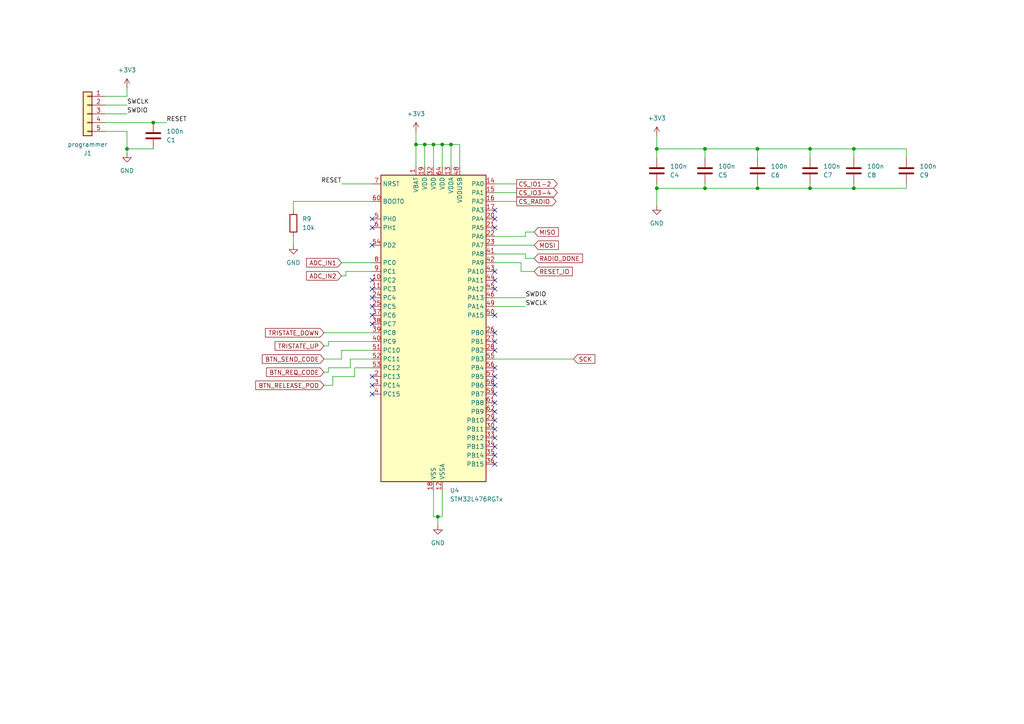
<source format=kicad_sch>
(kicad_sch (version 20231120) (generator "eeschema") (generator_version "8.0")
  (paper "A4")
  (title_block (title "Off-board Controller") (date "2024-07-20"))
  (lib_symbols
    (symbol "Connector_Generic:Conn_01x05" (pin_names (offset 1.016) hide)
      (property "Reference" "J" (at 0 7.62 0))
      (property "Value" "Conn_01x05" (at 0 -7.62 0))
      (symbol "Conn_01x05_1_1"
        (rectangle (start -1.27 -4.953) (end 0 -5.207) (stroke (width 0.1524)))
        (rectangle (start -1.27 -2.413) (end 0 -2.667) (stroke (width 0.1524)))
        (rectangle (start -1.27 0.127) (end 0 -0.127) (stroke (width 0.1524)))
        (rectangle (start -1.27 2.667) (end 0 2.413) (stroke (width 0.1524)))
        (rectangle (start -1.27 5.207) (end 0 4.953) (stroke (width 0.1524)))
        (rectangle (start -1.27 6.35) (end 1.27 -6.35) (stroke (width 0.254)) (fill (type background)))
        (pin passive line (at -5.08 5.08 0) (length 3.81) (name "Pin_1") (number "1"))
        (pin passive line (at -5.08 2.54 0) (length 3.81) (name "Pin_2") (number "2"))
        (pin passive line (at -5.08 0 0) (length 3.81) (name "Pin_3") (number "3"))
        (pin passive line (at -5.08 -2.54 0) (length 3.81) (name "Pin_4") (number "4"))
        (pin passive line (at -5.08 -5.08 0) (length 3.81) (name "Pin_5") (number "5"))
      )
    )
    (symbol "Device:C" (pin_numbers hide) (pin_names (offset 0.254))
      (property "Reference" "C" (at 0.635 2.54 0))
      (property "Value" "C" (at 0.635 -2.54 0))
      (symbol "C_0_1"
        (polyline (pts (xy -2.032 -0.762) (xy 2.032 -0.762)) (stroke (width 0.508)))
        (polyline (pts (xy -2.032 0.762) (xy 2.032 0.762)) (stroke (width 0.508)))
      )
      (symbol "C_1_1"
        (pin passive line (at 0 3.81 270) (length 2.794) (name "~") (number "1"))
        (pin passive line (at 0 -3.81 90) (length 2.794) (name "~") (number "2"))
      )
    )
    (symbol "Device:R" (pin_numbers hide) (pin_names (offset 0))
      (property "Reference" "R" (at 2.032 0 90))
      (property "Value" "R" (at 0 0 90))
      (symbol "R_0_1"
        (rectangle (start -1.016 -2.54) (end 1.016 2.54) (stroke (width 0.254)))
      )
      (symbol "R_1_1"
        (pin passive line (at 0 3.81 270) (length 1.27) (name "~") (number "1"))
        (pin passive line (at 0 -3.81 90) (length 1.27) (name "~") (number "2"))
      )
    )
    (symbol "MCU_ST_STM32L4:STM32L476RGTx"
      (property "Reference" "U" (at -15.24 46.99 0))
      (property "Value" "STM32L476RGTx" (at 10.16 46.99 0))
      (symbol "STM32L476RGTx_0_1"
        (rectangle (start -15.24 -43.18) (end 15.24 45.72) (stroke (width 0.254)) (fill (type background)))
      )
      (symbol "STM32L476RGTx_1_1"
        (pin power_in line (at -5.08 48.26 270) (length 2.54) (name "VBAT") (number "1"))
        (pin bidirectional line (at -17.78 15.24 0) (length 2.54) (name "PC2") (number "10"))
        (pin bidirectional line (at -17.78 12.7 0) (length 2.54) (name "PC3") (number "11"))
        (pin power_in line (at 2.54 -45.72 90) (length 2.54) (name "VSSA") (number "12"))
        (pin power_in line (at 5.08 48.26 270) (length 2.54) (name "VDDA") (number "13"))
        (pin bidirectional line (at 17.78 43.18 180) (length 2.54) (name "PA0") (number "14"))
        (pin bidirectional line (at 17.78 40.64 180) (length 2.54) (name "PA1") (number "15"))
        (pin bidirectional line (at 17.78 38.1 180) (length 2.54) (name "PA2") (number "16"))
        (pin bidirectional line (at 17.78 35.56 180) (length 2.54) (name "PA3") (number "17"))
        (pin power_in line (at 0 -45.72 90) (length 2.54) (name "VSS") (number "18"))
        (pin power_in line (at -2.54 48.26 270) (length 2.54) (name "VDD") (number "19"))
        (pin bidirectional line (at -17.78 -12.7 0) (length 2.54) (name "PC13") (number "2"))
        (pin bidirectional line (at 17.78 33.02 180) (length 2.54) (name "PA4") (number "20"))
        (pin bidirectional line (at 17.78 30.48 180) (length 2.54) (name "PA5") (number "21"))
        (pin bidirectional line (at 17.78 27.94 180) (length 2.54) (name "PA6") (number "22"))
        (pin bidirectional line (at 17.78 25.4 180) (length 2.54) (name "PA7") (number "23"))
        (pin bidirectional line (at -17.78 10.16 0) (length 2.54) (name "PC4") (number "24"))
        (pin bidirectional line (at -17.78 7.62 0) (length 2.54) (name "PC5") (number "25"))
        (pin bidirectional line (at 17.78 0 180) (length 2.54) (name "PB0") (number "26"))
        (pin bidirectional line (at 17.78 -2.54 180) (length 2.54) (name "PB1") (number "27"))
        (pin bidirectional line (at 17.78 -5.08 180) (length 2.54) (name "PB2") (number "28"))
        (pin bidirectional line (at 17.78 -25.4 180) (length 2.54) (name "PB10") (number "29"))
        (pin bidirectional line (at -17.78 -15.24 0) (length 2.54) (name "PC14") (number "3"))
        (pin bidirectional line (at 17.78 -27.94 180) (length 2.54) (name "PB11") (number "30"))
        (pin passive line (at 0 -45.72 90) (length 2.54) hide (name "VSS") (number "31"))
        (pin power_in line (at 0 48.26 270) (length 2.54) (name "VDD") (number "32"))
        (pin bidirectional line (at 17.78 -30.48 180) (length 2.54) (name "PB12") (number "33"))
        (pin bidirectional line (at 17.78 -33.02 180) (length 2.54) (name "PB13") (number "34"))
        (pin bidirectional line (at 17.78 -35.56 180) (length 2.54) (name "PB14") (number "35"))
        (pin bidirectional line (at 17.78 -38.1 180) (length 2.54) (name "PB15") (number "36"))
        (pin bidirectional line (at -17.78 5.08 0) (length 2.54) (name "PC6") (number "37"))
        (pin bidirectional line (at -17.78 2.54 0) (length 2.54) (name "PC7") (number "38"))
        (pin bidirectional line (at -17.78 0 0) (length 2.54) (name "PC8") (number "39"))
        (pin bidirectional line (at -17.78 -17.78 0) (length 2.54) (name "PC15") (number "4"))
        (pin bidirectional line (at -17.78 -2.54 0) (length 2.54) (name "PC9") (number "40"))
        (pin bidirectional line (at 17.78 22.86 180) (length 2.54) (name "PA8") (number "41"))
        (pin bidirectional line (at 17.78 20.32 180) (length 2.54) (name "PA9") (number "42"))
        (pin bidirectional line (at 17.78 17.78 180) (length 2.54) (name "PA10") (number "43"))
        (pin bidirectional line (at 17.78 15.24 180) (length 2.54) (name "PA11") (number "44"))
        (pin bidirectional line (at 17.78 12.7 180) (length 2.54) (name "PA12") (number "45"))
        (pin bidirectional line (at 17.78 10.16 180) (length 2.54) (name "PA13") (number "46"))
        (pin passive line (at 0 -45.72 90) (length 2.54) hide (name "VSS") (number "47"))
        (pin power_in line (at 7.62 48.26 270) (length 2.54) (name "VDDUSB") (number "48"))
        (pin bidirectional line (at 17.78 7.62 180) (length 2.54) (name "PA14") (number "49"))
        (pin bidirectional line (at -17.78 33.02 0) (length 2.54) (name "PH0") (number "5"))
        (pin bidirectional line (at 17.78 5.08 180) (length 2.54) (name "PA15") (number "50"))
        (pin bidirectional line (at -17.78 -5.08 0) (length 2.54) (name "PC10") (number "51"))
        (pin bidirectional line (at -17.78 -7.62 0) (length 2.54) (name "PC11") (number "52"))
        (pin bidirectional line (at -17.78 -10.16 0) (length 2.54) (name "PC12") (number "53"))
        (pin bidirectional line (at -17.78 25.4 0) (length 2.54) (name "PD2") (number "54"))
        (pin bidirectional line (at 17.78 -7.62 180) (length 2.54) (name "PB3") (number "55"))
        (pin bidirectional line (at 17.78 -10.16 180) (length 2.54) (name "PB4") (number "56"))
        (pin bidirectional line (at 17.78 -12.7 180) (length 2.54) (name "PB5") (number "57"))
        (pin bidirectional line (at 17.78 -15.24 180) (length 2.54) (name "PB6") (number "58"))
        (pin bidirectional line (at 17.78 -17.78 180) (length 2.54) (name "PB7") (number "59"))
        (pin bidirectional line (at -17.78 30.48 0) (length 2.54) (name "PH1") (number "6"))
        (pin input line (at -17.78 38.1 0) (length 2.54) (name "BOOT0") (number "60"))
        (pin bidirectional line (at 17.78 -20.32 180) (length 2.54) (name "PB8") (number "61"))
        (pin bidirectional line (at 17.78 -22.86 180) (length 2.54) (name "PB9") (number "62"))
        (pin passive line (at 0 -45.72 90) (length 2.54) hide (name "VSS") (number "63"))
        (pin power_in line (at 2.54 48.26 270) (length 2.54) (name "VDD") (number "64"))
        (pin input line (at -17.78 43.18 0) (length 2.54) (name "NRST") (number "7"))
        (pin bidirectional line (at -17.78 20.32 0) (length 2.54) (name "PC0") (number "8"))
        (pin bidirectional line (at -17.78 17.78 0) (length 2.54) (name "PC1") (number "9"))
      )
    )
    (symbol "power:+3V3" (power) (pin_numbers hide) (pin_names (offset 0) hide)
      (property "Value" "+3V3" (at 0 3.556 0))
      (symbol "+3V3_0_1"
        (polyline (pts (xy -0.762 1.27) (xy 0 2.54)))
        (polyline (pts (xy 0 0) (xy 0 2.54)))
        (polyline (pts (xy 0 2.54) (xy 0.762 1.27)))
      )
      (symbol "+3V3_1_1"
        (pin power_in line (at 0 0 90) (length 0) (name "~") (number "1"))
      )
    )
    (symbol "power:GND" (power) (pin_numbers hide) (pin_names (offset 0) hide)
      (property "Value" "GND" (at 0 -3.81 0))
      (symbol "GND_0_1"
        (polyline (pts (xy 0 0) (xy 0 -1.27) (xy 1.27 -1.27) (xy 0 -2.54) (xy -1.27 -1.27) (xy 0 -1.27)))
      )
      (symbol "GND_1_1"
        (pin power_in line (at 0 0 270) (length 0) (name "~") (number "1"))
      )
    )
  )
  (junction (at 234.95 43.18))
  (junction (at 125.73 41.91))
  (junction (at 219.71 54.61))
  (junction (at 204.47 54.61))
  (junction (at 44.45 35.56))
  (junction (at 234.95 54.61))
  (junction (at 219.71 43.18))
  (junction (at 190.5 54.61))
  (junction (at 128.27 41.91))
  (junction (at 120.65 41.91))
  (junction (at 247.65 54.61))
  (junction (at 204.47 43.18))
  (junction (at 127 149.86))
  (junction (at 36.83 43.18))
  (junction (at 130.81 41.91))
  (junction (at 190.5 43.18))
  (junction (at 123.19 41.91))
  (junction (at 247.65 43.18))
  (no_connect (at 143.51 83.82))
  (no_connect (at 143.51 132.08))
  (no_connect (at 143.51 91.44))
  (no_connect (at 143.51 78.74))
  (no_connect (at 107.95 114.3))
  (no_connect (at 143.51 116.84))
  (no_connect (at 143.51 101.6))
  (no_connect (at 143.51 124.46))
  (no_connect (at 107.95 81.28))
  (no_connect (at 143.51 96.52))
  (no_connect (at 107.95 88.9))
  (no_connect (at 143.51 81.28))
  (no_connect (at 143.51 106.68))
  (no_connect (at 143.51 60.96))
  (no_connect (at 107.95 66.04))
  (no_connect (at 143.51 63.5))
  (no_connect (at 143.51 109.22))
  (no_connect (at 107.95 109.22))
  (no_connect (at 143.51 114.3))
  (no_connect (at 107.95 71.12))
  (no_connect (at 143.51 66.04))
  (no_connect (at 143.51 121.92))
  (no_connect (at 143.51 134.62))
  (no_connect (at 143.51 111.76))
  (no_connect (at 143.51 99.06))
  (no_connect (at 143.51 127))
  (no_connect (at 107.95 91.44))
  (no_connect (at 143.51 129.54))
  (no_connect (at 107.95 83.82))
  (no_connect (at 143.51 119.38))
  (no_connect (at 107.95 111.76))
  (no_connect (at 107.95 86.36))
  (no_connect (at 107.95 93.98))
  (no_connect (at 107.95 63.5))
  (wire (pts (xy 120.65 48.26) (xy 120.65 41.91)))
  (wire (pts (xy 85.09 58.42) (xy 107.95 58.42)))
  (wire (pts (xy 44.45 35.56) (xy 48.26 35.56)))
  (wire (pts (xy 100.33 78.74) (xy 107.95 78.74)))
  (wire (pts (xy 130.81 48.26) (xy 130.81 41.91)))
  (wire (pts (xy 125.73 142.24) (xy 125.73 149.86)))
  (wire (pts (xy 96.52 109.22) (xy 102.87 109.22)))
  (wire (pts (xy 93.98 104.14) (xy 99.06 104.14)))
  (wire (pts (xy 190.5 43.18) (xy 204.47 43.18)))
  (wire (pts (xy 107.95 104.14) (xy 101.6 104.14)))
  (wire (pts (xy 262.89 53.34) (xy 262.89 54.61)))
  (wire (pts (xy 204.47 43.18) (xy 219.71 43.18)))
  (wire (pts (xy 127 149.86) (xy 128.27 149.86)))
  (wire (pts (xy 219.71 53.34) (xy 219.71 54.61)))
  (wire (pts (xy 30.48 27.94) (xy 36.83 27.94)))
  (wire (pts (xy 190.5 39.37) (xy 190.5 43.18)))
  (wire (pts (xy 102.87 106.68) (xy 102.87 109.22)))
  (wire (pts (xy 99.06 101.6) (xy 107.95 101.6)))
  (wire (pts (xy 190.5 54.61) (xy 190.5 59.69)))
  (wire (pts (xy 219.71 43.18) (xy 219.71 45.72)))
  (wire (pts (xy 219.71 54.61) (xy 204.47 54.61)))
  (wire (pts (xy 143.51 53.34) (xy 149.86 53.34)))
  (wire (pts (xy 85.09 58.42) (xy 85.09 60.96)))
  (wire (pts (xy 128.27 48.26) (xy 128.27 41.91)))
  (wire (pts (xy 95.25 100.33) (xy 93.98 100.33)))
  (wire (pts (xy 95.25 106.68) (xy 101.6 106.68)))
  (wire (pts (xy 151.13 76.2) (xy 151.13 78.74)))
  (wire (pts (xy 151.13 78.74) (xy 154.94 78.74)))
  (wire (pts (xy 204.47 43.18) (xy 204.47 45.72)))
  (wire (pts (xy 36.83 43.18) (xy 44.45 43.18)))
  (wire (pts (xy 93.98 96.52) (xy 107.95 96.52)))
  (wire (pts (xy 127 152.4) (xy 127 149.86)))
  (wire (pts (xy 36.83 25.4) (xy 36.83 27.94)))
  (wire (pts (xy 95.25 107.95) (xy 93.98 107.95)))
  (wire (pts (xy 234.95 54.61) (xy 219.71 54.61)))
  (wire (pts (xy 99.06 104.14) (xy 99.06 101.6)))
  (wire (pts (xy 204.47 54.61) (xy 190.5 54.61)))
  (wire (pts (xy 143.51 76.2) (xy 151.13 76.2)))
  (wire (pts (xy 96.52 111.76) (xy 93.98 111.76)))
  (wire (pts (xy 143.51 104.14) (xy 166.37 104.14)))
  (wire (pts (xy 130.81 41.91) (xy 128.27 41.91)))
  (wire (pts (xy 30.48 33.02) (xy 36.83 33.02)))
  (wire (pts (xy 190.5 43.18) (xy 190.5 45.72)))
  (wire (pts (xy 30.48 35.56) (xy 44.45 35.56)))
  (wire (pts (xy 95.25 99.06) (xy 107.95 99.06)))
  (wire (pts (xy 36.83 38.1) (xy 36.83 43.18)))
  (wire (pts (xy 99.06 80.01) (xy 100.33 80.01)))
  (wire (pts (xy 152.4 68.58) (xy 152.4 67.31)))
  (wire (pts (xy 262.89 54.61) (xy 247.65 54.61)))
  (wire (pts (xy 262.89 43.18) (xy 262.89 45.72)))
  (wire (pts (xy 234.95 54.61) (xy 247.65 54.61)))
  (wire (pts (xy 143.51 55.88) (xy 149.86 55.88)))
  (wire (pts (xy 120.65 41.91) (xy 123.19 41.91)))
  (wire (pts (xy 152.4 67.31) (xy 154.94 67.31)))
  (wire (pts (xy 247.65 53.34) (xy 247.65 54.61)))
  (wire (pts (xy 143.51 58.42) (xy 149.86 58.42)))
  (wire (pts (xy 95.25 106.68) (xy 95.25 107.95)))
  (wire (pts (xy 128.27 149.86) (xy 128.27 142.24)))
  (wire (pts (xy 30.48 38.1) (xy 36.83 38.1)))
  (wire (pts (xy 234.95 43.18) (xy 234.95 45.72)))
  (wire (pts (xy 123.19 41.91) (xy 123.19 48.26)))
  (wire (pts (xy 128.27 41.91) (xy 125.73 41.91)))
  (wire (pts (xy 36.83 43.18) (xy 36.83 44.45)))
  (wire (pts (xy 96.52 109.22) (xy 96.52 111.76)))
  (wire (pts (xy 143.51 68.58) (xy 152.4 68.58)))
  (wire (pts (xy 125.73 149.86) (xy 127 149.86)))
  (wire (pts (xy 99.06 76.2) (xy 107.95 76.2)))
  (wire (pts (xy 125.73 41.91) (xy 123.19 41.91)))
  (wire (pts (xy 107.95 106.68) (xy 102.87 106.68)))
  (wire (pts (xy 125.73 48.26) (xy 125.73 41.91)))
  (wire (pts (xy 85.09 68.58) (xy 85.09 71.12)))
  (wire (pts (xy 190.5 54.61) (xy 190.5 53.34)))
  (wire (pts (xy 120.65 38.1) (xy 120.65 41.91)))
  (wire (pts (xy 133.35 48.26) (xy 133.35 41.91)))
  (wire (pts (xy 143.51 73.66) (xy 152.4 73.66)))
  (wire (pts (xy 143.51 86.36) (xy 152.4 86.36)))
  (wire (pts (xy 100.33 80.01) (xy 100.33 78.74)))
  (wire (pts (xy 219.71 43.18) (xy 234.95 43.18)))
  (wire (pts (xy 95.25 99.06) (xy 95.25 100.33)))
  (wire (pts (xy 143.51 88.9) (xy 152.4 88.9)))
  (wire (pts (xy 143.51 71.12) (xy 154.94 71.12)))
  (wire (pts (xy 234.95 43.18) (xy 247.65 43.18)))
  (wire (pts (xy 247.65 43.18) (xy 262.89 43.18)))
  (wire (pts (xy 133.35 41.91) (xy 130.81 41.91)))
  (wire (pts (xy 247.65 43.18) (xy 247.65 45.72)))
  (wire (pts (xy 99.06 53.34) (xy 107.95 53.34)))
  (wire (pts (xy 204.47 54.61) (xy 204.47 53.34)))
  (wire (pts (xy 30.48 30.48) (xy 36.83 30.48)))
  (wire (pts (xy 152.4 73.66) (xy 152.4 74.93)))
  (wire (pts (xy 101.6 106.68) (xy 101.6 104.14)))
  (wire (pts (xy 234.95 53.34) (xy 234.95 54.61)))
  (wire (pts (xy 152.4 74.93) (xy 154.94 74.93)))
  (label "RESET" (at 48.26 35.56 0))
  (label "SWCLK" (at 152.4 88.9 0))
  (label "SWCLK" (at 36.83 30.48 0))
  (label "SWDIO" (at 152.4 86.36 0))
  (label "SWDIO" (at 36.83 33.02 0))
  (label "RESET" (at 99.06 53.34 180))
  (global_label "MOSI" (shape input) (at 154.94 71.12 0) (property "Intersheetrefs" "${INTERSHEET_REFS}" (effects (hide yes))))
  (global_label "RESET_IO" (shape input) (at 154.94 78.74 0) (property "Intersheetrefs" "${INTERSHEET_REFS}" (effects (hide yes))))
  (global_label "TRISTATE_DOWN" (shape input) (at 93.98 96.52 180) (property "Intersheetrefs" "${INTERSHEET_REFS}" (effects (hide yes))))
  (global_label "MISO" (shape input) (at 154.94 67.31 0) (property "Intersheetrefs" "${INTERSHEET_REFS}" (effects (hide yes))))
  (global_label "RADIO_DONE" (shape input) (at 154.94 74.93 0) (property "Intersheetrefs" "${INTERSHEET_REFS}" (effects (hide yes))))
  (global_label "SCK" (shape input) (at 166.37 104.14 0) (property "Intersheetrefs" "${INTERSHEET_REFS}" (effects (hide yes))))
  (global_label "BTN_RELEASE_POD" (shape input) (at 93.98 111.76 180) (property "Intersheetrefs" "${INTERSHEET_REFS}" (effects (hide yes))))
  (global_label "BTN_REQ_CODE" (shape input) (at 93.98 107.95 180) (property "Intersheetrefs" "${INTERSHEET_REFS}" (effects (hide yes))))
  (global_label "CS_RADIO" (shape output) (at 149.86 58.42 0) (property "Intersheetrefs" "${INTERSHEET_REFS}" (effects (hide yes))))
  (global_label "CS_IO1-2" (shape output) (at 149.86 53.34 0) (property "Intersheetrefs" "${INTERSHEET_REFS}" (effects (hide yes))))
  (global_label "BTN_SEND_CODE" (shape input) (at 93.98 104.14 180) (property "Intersheetrefs" "${INTERSHEET_REFS}" (effects (hide yes))))
  (global_label "ADC_IN2" (shape input) (at 99.06 80.01 180) (property "Intersheetrefs" "${INTERSHEET_REFS}" (effects (hide yes))))
  (global_label "ADC_IN1" (shape input) (at 99.06 76.2 180) (property "Intersheetrefs" "${INTERSHEET_REFS}" (effects (hide yes))))
  (global_label "TRISTATE_UP" (shape input) (at 93.98 100.33 180) (property "Intersheetrefs" "${INTERSHEET_REFS}" (effects (hide yes))))
  (global_label "CS_IO3-4" (shape output) (at 149.86 55.88 0) (property "Intersheetrefs" "${INTERSHEET_REFS}" (effects (hide yes))))
  (symbol (lib_id "power:GND") (at 190.5 59.69 0) (unit 1)
    (property "Reference" "#PWR020" (effects (hide yes)))
    (property "Value" "GND" (at 190.5 64.77 0))
    (property "Description" "Power symbol creates a global label with name \"GND\" , ground" (effects (hide yes)))
  )
  (symbol (lib_id "Device:C") (at 204.47 49.53 0) (mirror x) (unit 1)
    (property "Reference" "C5" (at 208.28 50.8001 0) (effects (justify left)))
    (property "Value" "100n" (at 208.28 48.2601 0) (effects (justify left)))
    (property "Footprint" "Capacitor_SMD:C_0805_2012Metric_Pad1.18x1.45mm_HandSolder" (effects (hide yes)))
    (property "Description" "Unpolarized capacitor" (effects (hide yes)))
  )
  (symbol (lib_id "power:GND") (at 85.09 71.12 0) (unit 1)
    (property "Reference" "#PWR03" (effects (hide yes)))
    (property "Value" "GND" (at 85.09 76.2 0))
    (property "Description" "Power symbol creates a global label with name \"GND\" , ground" (effects (hide yes)))
  )
  (symbol (lib_id "Connector_Generic:Conn_01x05") (at 25.4 33.02 0) (mirror y) (unit 1)
    (property "Reference" "J1" (at 25.4 44.45 0))
    (property "Value" "programmer" (at 25.4 41.91 0))
    (property "Footprint" "Connector_PinSocket_2.54mm:PinSocket_1x05_P2.54mm_Vertical" (effects (hide yes)))
    (property "Description" "Generic connector, single row, 01x05, script generated (kicad-library-utils/schlib/autogen/connector/)" (effects (hide yes)))
  )
  (symbol (lib_id "power:GND") (at 36.83 44.45 0) (mirror y) (unit 1)
    (property "Reference" "#PWR02" (effects (hide yes)))
    (property "Value" "GND" (at 36.83 49.53 0))
    (property "Description" "Power symbol creates a global label with name \"GND\" , ground" (effects (hide yes)))
  )
  (symbol (lib_id "Device:R") (at 85.09 64.77 0) (unit 1)
    (property "Reference" "R9" (at 87.63 63.4999 0) (effects (justify left)))
    (property "Value" "10k" (at 87.63 66.0399 0) (effects (justify left)))
    (property "Footprint" "Resistor_SMD:R_0805_2012Metric_Pad1.20x1.40mm_HandSolder" (effects (hide yes)))
    (property "Description" "Resistor" (effects (hide yes)))
  )
  (symbol (lib_id "power:+3V3") (at 190.5 39.37 0) (unit 1)
    (property "Reference" "#PWR019" (effects (hide yes)))
    (property "Value" "+3V3" (at 190.5 34.29 0))
    (property "Description" "Power symbol creates a global label with name \"+3V3\"" (effects (hide yes)))
  )
  (symbol (lib_id "Device:C") (at 247.65 49.53 0) (mirror x) (unit 1)
    (property "Reference" "C8" (at 251.46 50.8001 0) (effects (justify left)))
    (property "Value" "100n" (at 251.46 48.2601 0) (effects (justify left)))
    (property "Footprint" "Capacitor_SMD:C_0805_2012Metric_Pad1.18x1.45mm_HandSolder" (effects (hide yes)))
    (property "Description" "Unpolarized capacitor" (effects (hide yes)))
  )
  (symbol (lib_id "power:+3V3") (at 36.83 25.4 0) (mirror y) (unit 1)
    (property "Reference" "#PWR01" (effects (hide yes)))
    (property "Value" "+3V3" (at 36.83 20.32 0))
    (property "Description" "Power symbol creates a global label with name \"+3V3\"" (effects (hide yes)))
  )
  (symbol (lib_id "power:+3V3") (at 120.65 38.1 0) (unit 1)
    (property "Reference" "#PWR05" (effects (hide yes)))
    (property "Value" "+3V3" (at 120.65 33.02 0))
    (property "Description" "Power symbol creates a global label with name \"+3V3\"" (effects (hide yes)))
  )
  (symbol (lib_id "Device:C") (at 44.45 39.37 0) (mirror x) (unit 1)
    (property "Reference" "C1" (at 48.26 40.6401 0) (effects (justify left)))
    (property "Value" "100n" (at 48.26 38.1001 0) (effects (justify left)))
    (property "Footprint" "Capacitor_SMD:C_0805_2012Metric_Pad1.18x1.45mm_HandSolder" (effects (hide yes)))
    (property "Description" "Unpolarized capacitor" (effects (hide yes)))
  )
  (symbol (lib_id "Device:C") (at 234.95 49.53 0) (mirror x) (unit 1)
    (property "Reference" "C7" (at 238.76 50.8001 0) (effects (justify left)))
    (property "Value" "100n" (at 238.76 48.2601 0) (effects (justify left)))
    (property "Footprint" "Capacitor_SMD:C_0805_2012Metric_Pad1.18x1.45mm_HandSolder" (effects (hide yes)))
    (property "Description" "Unpolarized capacitor" (effects (hide yes)))
  )
  (symbol (lib_id "Device:C") (at 219.71 49.53 0) (mirror x) (unit 1)
    (property "Reference" "C6" (at 223.52 50.8001 0) (effects (justify left)))
    (property "Value" "100n" (at 223.52 48.2601 0) (effects (justify left)))
    (property "Footprint" "Capacitor_SMD:C_0805_2012Metric_Pad1.18x1.45mm_HandSolder" (effects (hide yes)))
    (property "Description" "Unpolarized capacitor" (effects (hide yes)))
  )
  (symbol (lib_id "power:GND") (at 127 152.4 0) (unit 1)
    (property "Reference" "#PWR06" (effects (hide yes)))
    (property "Value" "GND" (at 127 157.48 0))
    (property "Description" "Power symbol creates a global label with name \"GND\" , ground" (effects (hide yes)))
  )
  (symbol (lib_id "Device:C") (at 262.89 49.53 0) (mirror x) (unit 1)
    (property "Reference" "C9" (at 266.7 50.8001 0) (effects (justify left)))
    (property "Value" "100n" (at 266.7 48.2601 0) (effects (justify left)))
    (property "Footprint" "Capacitor_SMD:C_0805_2012Metric_Pad1.18x1.45mm_HandSolder" (effects (hide yes)))
    (property "Description" "Unpolarized capacitor" (effects (hide yes)))
  )
  (symbol (lib_id "MCU_ST_STM32L4:STM32L476RGTx") (at 125.73 96.52 0) (unit 1)
    (property "Reference" "U4" (at 130.4641 142.24 0) (effects (justify left)))
    (property "Value" "STM32L476RGTx" (at 130.4641 144.78 0) (effects (justify left)))
    (property "Footprint" "Package_QFP:LQFP-64_10x10mm_P0.5mm" (effects (hide yes)))
    (property "Datasheet" "https://www.st.com/resource/en/datasheet/stm32l476rg.pdf" (effects (hide yes)))
    (property "Description" "STMicroelectronics Arm Cortex-M4 MCU, 1024KB flash, 128KB RAM, 80 MHz, 1.71-3.6V, 51 GPIO, LQFP64" (effects (hide yes)))
  )
  (symbol (lib_id "Device:C") (at 190.5 49.53 0) (mirror x) (unit 1)
    (property "Reference" "C4" (at 194.31 50.8001 0) (effects (justify left)))
    (property "Value" "100n" (at 194.31 48.2601 0) (effects (justify left)))
    (property "Footprint" "Capacitor_SMD:C_0805_2012Metric_Pad1.18x1.45mm_HandSolder" (effects (hide yes)))
    (property "Description" "Unpolarized capacitor" (effects (hide yes)))
  )
)
</source>
